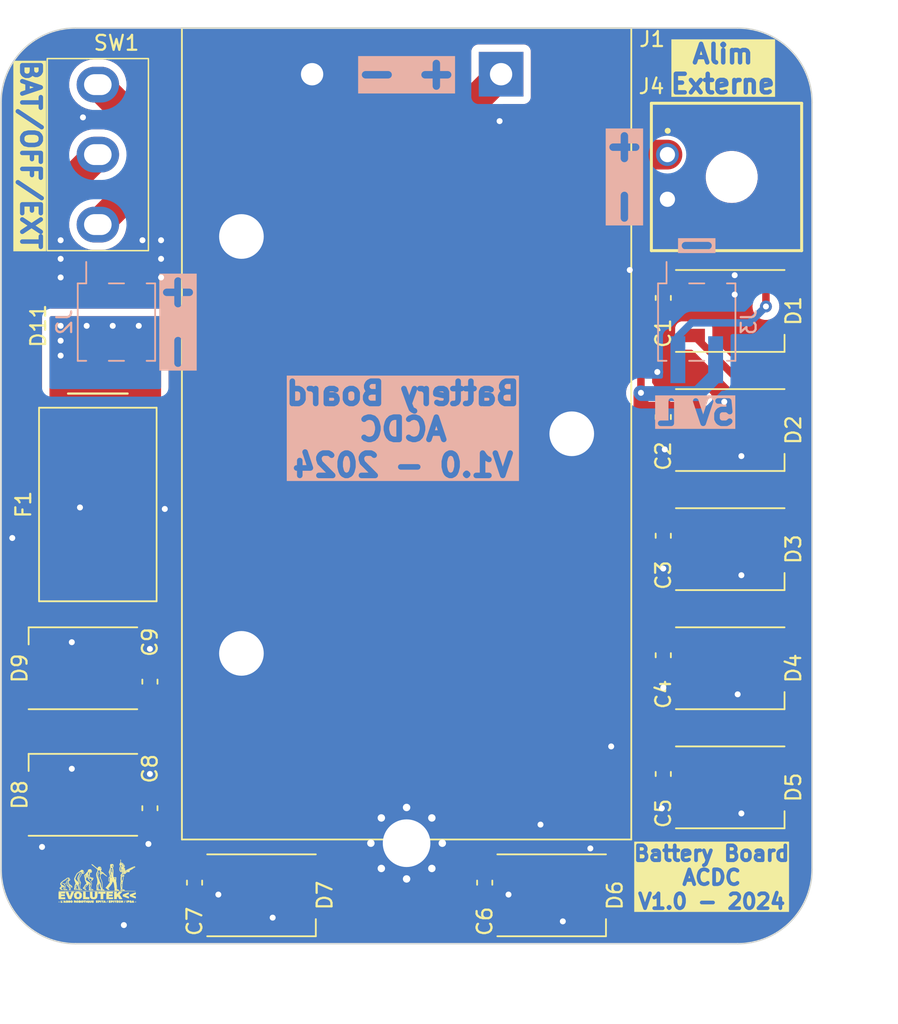
<source format=kicad_pcb>
(kicad_pcb (version 20221018) (generator pcbnew)
  (layers (0 "F.Cu" signal) (31 "B.Cu" signal) (34 "B.Paste" user) (35 "F.Paste" user) (36 "B.SilkS" user "B.Silkscreen") (37 "F.SilkS" user "F.Silkscreen") (38 "B.Mask" user) (39 "F.Mask" user) (44 "Edge.Cuts" user))
  (net 0 "")
  (net 1 "+5V")
  (net 2 "GND")
  (net 3 "/LEDS")
  (net 4 "VCC")
  (net 5 "Net-(D1-DOUT)")
  (net 6 "Net-(D2-DOUT)")
  (net 7 "Net-(D3-DOUT)")
  (net 8 "Net-(D4-DOUT)")
  (net 9 "/LEDS_LTR")
  (net 10 "Net-(D6-DOUT)")
  (net 11 "Net-(D7-DOUT)")
  (net 12 "Net-(D8-DOUT)")
  (net 13 "Net-(F1-Pad1)")
  (net 14 "Net-(J1-Pin_1)")
  (net 15 "Net-(J4-Pin_1)")
  (footprint "ComponentsEvo:Power Switch RS SPDT" (layer "F.Cu") (at 21.5 23.5)
    (fp_text reference "SW1" (at 1.25 -7.5 unlocked) (layer "F.SilkS"))
    (fp_text value "SW_SPDT_MSM")
    (pad "1" thru_hole oval (at 0 4.7) (size 2.85 2.4) (drill oval 1.85 1.4) (layers "*.Cu" "*.Mask") (net 15 "Net-(J4-Pin_1)"))
    (pad "2" thru_hole oval (at 0 0) (size 2.85 2.4) (drill oval 1.85 1.4) (layers "*.Cu" "*.Mask") (net 13 "Net-(F1-Pad1)"))
    (pad "3" thru_hole oval (at 0 -4.7) (size 2.85 2.4) (drill oval 1.85 1.4) (layers "*.Cu" "*.Mask") (net 14 "Net-(J1-Pin_1)"))
  )
  (footprint "Capacitor_SMD:C_0603_1608Metric" (layer "F.Cu") (at 25 58.9 90)
    (fp_text reference "C9" (at 2.65 0 90) (layer "F.SilkS"))
    (fp_text value "100nF")
    (pad "1" smd roundrect (at -0.775 0 90) (size 0.9 0.95) (layers "F.Cu" "F.Paste" "F.Mask") (net 1 "+5V"))
    (pad "2" smd roundrect (at 0.775 0 90) (size 0.9 0.95) (layers "F.Cu" "F.Paste" "F.Mask") (net 2 "GND"))
  )
  (footprint "ComponentsEvo:logo-evo-micro" (layer "F.Cu") (at 21.5 72.25)
    (fp_text reference "G***" hide)
    (fp_text value "LOGO" hide)
  )
  (footprint "LED_SMD:LED_WS2812B_PLCC4_5.0x5.0mm_P3.2mm" (layer "F.Cu") (at 64 42)
    (fp_text reference "D2" (at 4.25 0 90) (layer "F.SilkS"))
    (fp_text value "WS2812B")
    (pad "1" smd rect (at -2.45 -1.65) (size 1.5 0.9) (layers "F.Cu" "F.Paste" "F.Mask") (net 1 "+5V"))
    (pad "2" smd rect (at -2.45 1.65) (size 1.5 0.9) (layers "F.Cu" "F.Paste" "F.Mask") (net 6 "Net-(D2-DOUT)"))
    (pad "3" smd rect (at 2.45 1.65) (size 1.5 0.9) (layers "F.Cu" "F.Paste" "F.Mask") (net 2 "GND"))
    (pad "4" smd rect (at 2.45 -1.65) (size 1.5 0.9) (layers "F.Cu" "F.Paste" "F.Mask") (net 5 "Net-(D1-DOUT)"))
  )
  (footprint "MountingHole:MountingHole_3.2mm_M3_Pad_Via" (layer "F.Cu") (at 42.25 69.75)
    (fp_text reference "H1" hide)
    (fp_text value "MountingHole_Pad")
    (pad "1" thru_hole circle (at -2.4 0) (size 0.8 0.8) (drill 0.5) (layers "*.Cu" "*.Mask") (net 2 "GND"))
    (pad "1" thru_hole circle (at -1.697056 -1.697056) (size 0.8 0.8) (drill 0.5) (layers "*.Cu" "*.Mask") (net 2 "GND"))
    (pad "1" thru_hole circle (at -1.697056 1.697056) (size 0.8 0.8) (drill 0.5) (layers "*.Cu" "*.Mask") (net 2 "GND"))
    (pad "1" thru_hole circle (at 0 -2.4) (size 0.8 0.8) (drill 0.5) (layers "*.Cu" "*.Mask") (net 2 "GND"))
    (pad "1" thru_hole circle (at 0 0) (size 6.4 6.4) (drill 3.2) (layers "*.Cu" "*.Mask") (net 2 "GND"))
    (pad "1" thru_hole circle (at 0 2.4) (size 0.8 0.8) (drill 0.5) (layers "*.Cu" "*.Mask") (net 2 "GND"))
    (pad "1" thru_hole circle (at 1.697056 -1.697056) (size 0.8 0.8) (drill 0.5) (layers "*.Cu" "*.Mask") (net 2 "GND"))
    (pad "1" thru_hole circle (at 1.697056 1.697056) (size 0.8 0.8) (drill 0.5) (layers "*.Cu" "*.Mask") (net 2 "GND"))
    (pad "1" thru_hole circle (at 2.4 0) (size 0.8 0.8) (drill 0.5) (layers "*.Cu" "*.Mask") (net 2 "GND"))
  )
  (footprint "Capacitor_SMD:C_0603_1608Metric" (layer "F.Cu") (at 59.5 57.125 -90)
    (fp_text reference "C4" (at 2.625 0 90) (layer "F.SilkS"))
    (fp_text value "100nF")
    (pad "1" smd roundrect (at -0.775 0 270) (size 0.9 0.95) (layers "F.Cu" "F.Paste" "F.Mask") (net 1 "+5V"))
    (pad "2" smd roundrect (at 0.775 0 270) (size 0.9 0.95) (layers "F.Cu" "F.Paste" "F.Mask") (net 2 "GND"))
  )
  (footprint "Capacitor_SMD:C_0603_1608Metric" (layer "F.Cu") (at 59.5 65.1 -90)
    (fp_text reference "C5" (at 2.65 0 90) (layer "F.SilkS"))
    (fp_text value "100nF")
    (pad "1" smd roundrect (at -0.775 0 270) (size 0.9 0.95) (layers "F.Cu" "F.Paste" "F.Mask") (net 1 "+5V"))
    (pad "2" smd roundrect (at 0.775 0 270) (size 0.9 0.95) (layers "F.Cu" "F.Paste" "F.Mask") (net 2 "GND"))
  )
  (footprint "Capacitor_SMD:C_0603_1608Metric" (layer "F.Cu") (at 25 67.4 90)
    (fp_text reference "C8" (at 2.65 0 90) (layer "F.SilkS"))
    (fp_text value "100nF")
    (pad "1" smd roundrect (at -0.775 0 90) (size 0.9 0.95) (layers "F.Cu" "F.Paste" "F.Mask") (net 1 "+5V"))
    (pad "2" smd roundrect (at 0.775 0 90) (size 0.9 0.95) (layers "F.Cu" "F.Paste" "F.Mask") (net 2 "GND"))
  )
  (footprint "ComponentsEvo:DO-214AB" (layer "F.Cu") (at 21.5 35.05 90)
    (fp_text reference "D11" (at 0.05 -4 90) (layer "F.SilkS"))
    (fp_text value "D" hide)
    (pad "1" smd rect (at -3.3 0 90) (size 1.8 3.2) (layers "F.Cu" "F.Paste" "F.Mask") (net 4 "VCC"))
    (pad "2" smd rect (at 3.3 0 90) (size 1.8 3.2) (layers "F.Cu" "F.Paste" "F.Mask") (net 2 "GND"))
  )
  (footprint "LED_SMD:LED_WS2812B_PLCC4_5.0x5.0mm_P3.2mm" (layer "F.Cu") (at 64 50)
    (fp_text reference "D3" (at 4.25 0 90) (layer "F.SilkS"))
    (fp_text value "WS2812B")
    (pad "1" smd rect (at -2.45 -1.65) (size 1.5 0.9) (layers "F.Cu" "F.Paste" "F.Mask") (net 1 "+5V"))
    (pad "2" smd rect (at -2.45 1.65) (size 1.5 0.9) (layers "F.Cu" "F.Paste" "F.Mask") (net 7 "Net-(D3-DOUT)"))
    (pad "3" smd rect (at 2.45 1.65) (size 1.5 0.9) (layers "F.Cu" "F.Paste" "F.Mask") (net 2 "GND"))
    (pad "4" smd rect (at 2.45 -1.65) (size 1.5 0.9) (layers "F.Cu" "F.Paste" "F.Mask") (net 6 "Net-(D2-DOUT)"))
  )
  (footprint "LED_SMD:LED_WS2812B_PLCC4_5.0x5.0mm_P3.2mm" (layer "F.Cu") (at 32.5 73.25)
    (fp_text reference "D7" (at 4.25 0 90) (layer "F.SilkS"))
    (fp_text value "WS2812B")
    (pad "1" smd rect (at -2.45 -1.65) (size 1.5 0.9) (layers "F.Cu" "F.Paste" "F.Mask") (net 1 "+5V"))
    (pad "2" smd rect (at -2.45 1.65) (size 1.5 0.9) (layers "F.Cu" "F.Paste" "F.Mask") (net 11 "Net-(D7-DOUT)"))
    (pad "3" smd rect (at 2.45 1.65) (size 1.5 0.9) (layers "F.Cu" "F.Paste" "F.Mask") (net 2 "GND"))
    (pad "4" smd rect (at 2.45 -1.65) (size 1.5 0.9) (layers "F.Cu" "F.Paste" "F.Mask") (net 10 "Net-(D6-DOUT)"))
  )
  (footprint "ComponentsEvo:BatteryHolder_Eagle_12BH611-GR-Modified" (layer "F.Cu") (at 42.25 18.1 90)
    (fp_text reference "J1" (at 2.35 16.5 180) (layer "F.SilkS"))
    (fp_text value "9V Battery")
    (pad "1" thru_hole rect (at 0 6.35 90) (size 3 3) (drill 1.5) (layers "*.Cu" "*.Mask") (net 14 "Net-(J1-Pin_1)"))
    (pad "2" thru_hole circle (at 0 -6.35 90) (size 3 3) (drill 1.5) (layers "*.Cu" "*.Mask") (net 2 "GND"))
    (pad "MP" thru_hole circle (at -38.9 -11.1 90) (size 5.3 5.3) (drill 3) (layers "*.Cu" "*.Mask") (net 2 "GND"))
    (pad "MP" thru_hole circle (at -24.15 11.1 90) (size 5.3 5.3) (drill 3) (layers "*.Cu" "*.Mask") (net 2 "GND"))
    (pad "MP" thru_hole circle (at -10.9 -11.1 90) (size 5.3 5.3) (drill 3) (layers "*.Cu" "*.Mask") (net 2 "GND"))
  )
  (footprint "LED_SMD:LED_WS2812B_PLCC4_5.0x5.0mm_P3.2mm" (layer "F.Cu") (at 52 73.25)
    (fp_text reference "D6" (at 4.25 0 90) (layer "F.SilkS"))
    (fp_text value "WS2812B")
    (pad "1" smd rect (at -2.45 -1.65) (size 1.5 0.9) (layers "F.Cu" "F.Paste" "F.Mask") (net 1 "+5V"))
    (pad "2" smd rect (at -2.45 1.65) (size 1.5 0.9) (layers "F.Cu" "F.Paste" "F.Mask") (net 10 "Net-(D6-DOUT)"))
    (pad "3" smd rect (at 2.45 1.65) (size 1.5 0.9) (layers "F.Cu" "F.Paste" "F.Mask") (net 2 "GND"))
    (pad "4" smd rect (at 2.45 -1.65) (size 1.5 0.9) (layers "F.Cu" "F.Paste" "F.Mask") (net 9 "/LEDS_LTR"))
  )
  (footprint "LED_SMD:LED_WS2812B_PLCC4_5.0x5.0mm_P3.2mm" (layer "F.Cu") (at 64 34)
    (fp_text reference "D1" (at 4.25 0 90) (layer "F.SilkS"))
    (fp_text value "WS2812B")
    (pad "1" smd rect (at -2.45 -1.65) (size 1.5 0.9) (layers "F.Cu" "F.Paste" "F.Mask") (net 1 "+5V"))
    (pad "2" smd rect (at -2.45 1.65) (size 1.5 0.9) (layers "F.Cu" "F.Paste" "F.Mask") (net 5 "Net-(D1-DOUT)"))
    (pad "3" smd rect (at 2.45 1.65) (size 1.5 0.9) (layers "F.Cu" "F.Paste" "F.Mask") (net 2 "GND"))
    (pad "4" smd rect (at 2.45 -1.65) (size 1.5 0.9) (layers "F.Cu" "F.Paste" "F.Mask") (net 3 "/LEDS"))
  )
  (footprint "Capacitor_SMD:C_0603_1608Metric" (layer "F.Cu") (at 59.5 33.125 -90)
    (fp_text reference "C1" (at 2.375 0 90) (layer "F.SilkS"))
    (fp_text value "100nF")
    (pad "1" smd roundrect (at -0.775 0 270) (size 0.9 0.95) (layers "F.Cu" "F.Paste" "F.Mask") (net 1 "+5V"))
    (pad "2" smd roundrect (at 0.775 0 270) (size 0.9 0.95) (layers "F.Cu" "F.Paste" "F.Mask") (net 2 "GND"))
  )
  (footprint "Capacitor_SMD:C_0603_1608Metric" (layer "F.Cu") (at 59.5 41.125 -90)
    (fp_text reference "C2" (at 2.625 0 90) (layer "F.SilkS"))
    (fp_text value "100nF")
    (pad "1" smd roundrect (at -0.775 0 270) (size 0.9 0.95) (layers "F.Cu" "F.Paste" "F.Mask") (net 1 "+5V"))
    (pad "2" smd roundrect (at 0.775 0 270) (size 0.9 0.95) (layers "F.Cu" "F.Paste" "F.Mask") (net 2 "GND"))
  )
  (footprint "ComponentsEvo:0031.7701.11" (layer "F.Cu") (at 21.5 47 90)
    (fp_text reference "F1" (at 0 -5 90) (layer "F.SilkS"))
    (fp_text value "Fuse")
    (pad "1" smd rect (at -4 0 90) (size 5 6) (layers "F.Cu" "F.Paste" "F.Mask") (net 13 "Net-(F1-Pad1)"))
    (pad "2" smd rect (at 4 0 90) (size 5 6) (layers "F.Cu" "F.Paste" "F.Mask") (net 4 "VCC"))
  )
  (footprint "Capacitor_SMD:C_0603_1608Metric" (layer "F.Cu") (at 47.5 72.4 -90)
    (fp_text reference "C6" (at 2.6 0 90) (layer "F.SilkS"))
    (fp_text value "100nF")
    (pad "1" smd roundrect (at -0.775 0 270) (size 0.9 0.95) (layers "F.Cu" "F.Paste" "F.Mask") (net 1 "+5V"))
    (pad "2" smd roundrect (at 0.775 0 270) (size 0.9 0.95) (layers "F.Cu" "F.Paste" "F.Mask") (net 2 "GND"))
  )
  (footprint "LED_SMD:LED_WS2812B_PLCC4_5.0x5.0mm_P3.2mm" (layer "F.Cu") (at 64 58)
    (fp_text reference "D4" (at 4.25 0 90) (layer "F.SilkS"))
    (fp_text value "WS2812B")
    (pad "1" smd rect (at -2.45 -1.65) (size 1.5 0.9) (layers "F.Cu" "F.Paste" "F.Mask") (net 1 "+5V"))
    (pad "2" smd rect (at -2.45 1.65) (size 1.5 0.9) (layers "F.Cu" "F.Paste" "F.Mask") (net 8 "Net-(D4-DOUT)"))
    (pad "3" smd rect (at 2.45 1.65) (size 1.5 0.9) (layers "F.Cu" "F.Paste" "F.Mask") (net 2 "GND"))
    (pad "4" smd rect (at 2.45 -1.65) (size 1.5 0.9) (layers "F.Cu" "F.Paste" "F.Mask") (net 7 "Net-(D3-DOUT)"))
  )
  (footprint "LED_SMD:LED_WS2812B_PLCC4_5.0x5.0mm_P3.2mm" (layer "F.Cu") (at 20.5 66.5 180)
    (fp_text reference "D8" (at 4.25 0 90) (layer "F.SilkS"))
    (fp_text value "WS2812B")
    (pad "1" smd rect (at -2.45 -1.65 180) (size 1.5 0.9) (layers "F.Cu" "F.Paste" "F.Mask") (net 1 "+5V"))
    (pad "2" smd rect (at -2.45 1.65 180) (size 1.5 0.9) (layers "F.Cu" "F.Paste" "F.Mask") (net 12 "Net-(D8-DOUT)"))
    (pad "3" smd rect (at 2.45 1.65 180) (size 1.5 0.9) (layers "F.Cu" "F.Paste" "F.Mask") (net 2 "GND"))
    (pad "4" smd rect (at 2.45 -1.65 180) (size 1.5 0.9) (layers "F.Cu" "F.Paste" "F.Mask") (net 11 "Net-(D7-DOUT)"))
  )
  (footprint "Capacitor_SMD:C_0603_1608Metric" (layer "F.Cu") (at 28 72.4 -90)
    (fp_text reference "C7" (at 2.6 0 90) (layer "F.SilkS"))
    (fp_text value "100nF")
    (pad "1" smd roundrect (at -0.775 0 270) (size 0.9 0.95) (layers "F.Cu" "F.Paste" "F.Mask") (net 1 "+5V"))
    (pad "2" smd roundrect (at 0.775 0 270) (size 0.9 0.95) (layers "F.Cu" "F.Paste" "F.Mask") (net 2 "GND"))
  )
  (footprint "LED_SMD:LED_WS2812B_PLCC4_5.0x5.0mm_P3.2mm" (layer "F.Cu") (at 20.5 58 180)
    (fp_text reference "D9" (at 4.25 0 90) (layer "F.SilkS"))
    (fp_text value "WS2812B")
    (pad "1" smd rect (at -2.45 -1.65 180) (size 1.5 0.9) (layers "F.Cu" "F.Paste" "F.Mask") (net 1 "+5V"))
    (pad "2" smd rect (at -2.45 1.65 180) (size 1.5 0.9) (layers "F.Cu" "F.Paste" "F.Mask"))
    (pad "3" smd rect (at 2.45 1.65 180) (size 1.5 0.9) (layers "F.Cu" "F.Paste" "F.Mask") (net 2 "GND"))
    (pad "4" smd rect (at 2.45 -1.65 180) (size 1.5 0.9) (layers "F.Cu" "F.Paste" "F.Mask") (net 12 "Net-(D8-DOUT)"))
  )
  (footprint "LED_SMD:LED_WS2812B_PLCC4_5.0x5.0mm_P3.2mm" (layer "F.Cu") (at 64 66)
    (fp_text reference "D5" (at 4.25 0 90) (layer "F.SilkS"))
    (fp_text value "WS2812B")
    (pad "1" smd rect (at -2.45 -1.65) (size 1.5 0.9) (layers "F.Cu" "F.Paste" "F.Mask") (net 1 "+5V"))
    (pad "2" smd rect (at -2.45 1.65) (size 1.5 0.9) (layers "F.Cu" "F.Paste" "F.Mask") (net 9 "/LEDS_LTR"))
    (pad "3" smd rect (at 2.45 1.65) (size 1.5 0.9) (layers "F.Cu" "F.Paste" "F.Mask") (net 2 "GND"))
    (pad "4" smd rect (at 2.45 -1.65) (size 1.5 0.9) (layers "F.Cu" "F.Paste" "F.Mask") (net 8 "Net-(D4-DOUT)"))
  )
  (footprint "Capacitor_SMD:C_0603_1608Metric" (layer "F.Cu") (at 59.5 49.1 -90)
    (fp_text reference "C3" (at 2.65 0 90) (layer "F.SilkS"))
    (fp_text value "100nF")
    (pad "1" smd roundrect (at -0.775 0 270) (size 0.9 0.95) (layers "F.Cu" "F.Paste" "F.Mask") (net 1 "+5V"))
    (pad "2" smd roundrect (at 0.775 0 270) (size 0.9 0.95) (layers "F.Cu" "F.Paste" "F.Mask") (net 2 "GND"))
  )
  (footprint "ConnectorsEvo:66200211022" (layer "F.Cu") (at 63.75 25 90)
    (fp_text reference "J4" (at 5.5 -6 180) (layer "F.SilkS") (effects (justify left bottom)))
    (fp_text value "Aux Alim")
    (pad "" np_thru_hole circle (at 0 0.35 90) (size 3 3) (drill 3) (layers "*.Cu" "*.Mask"))
    (pad "1" thru_hole circle (at 1.5 -3.97 90) (size 1.53 1.53) (drill 1.02) (layers "*.Cu" "*.Mask") (net 15 "Net-(J4-Pin_1)"))
    (pad "2" thru_hole circle (at -1.5 -3.97 90) (size 1.53 1.53) (drill 1.02) (layers "*.Cu" "*.Mask") (net 2 "GND"))
  )
  (footprint "Connector_PinHeader_2.54mm:PinHeader_2x02_P2.54mm_Vertical_SMD" (layer "B.Cu") (at 61.75 34.75 -90)
    (fp_text reference "J3" (at 0 -3.5 -90) (layer "B.SilkS") (effects (justify mirror)))
    (fp_text value "Conn_02x02_Odd_Even")
    (pad "1" smd rect (at -2.525 1.27 270) (size 3.15 1) (layers "B.Cu" "B.Paste" "B.Mask") (net 2 "GND"))
    (pad "2" smd rect (at 2.525 1.27 270) (size 3.15 1) (layers "B.Cu" "B.Paste" "B.Mask") (net 3 "/LEDS"))
    (pad "3" smd rect (at -2.525 -1.27 270) (size 3.15 1) (layers "B.Cu" "B.Paste" "B.Mask") (net 2 "GND"))
    (pad "4" smd rect (at 2.525 -1.27 270) (size 3.15 1) (layers "B.Cu" "B.Paste" "B.Mask") (net 1 "+5V"))
  )
  (footprint "ComponentsEvo:logo-evo-min-cu" (layer "B.Cu") (at 42.25 51 180)
    (fp_text reference "G***" hide)
    (fp_text value "LOGO" hide)
  )
  (footprint "Connector_PinHeader_2.54mm:PinHeader_2x02_P2.54mm_Vertical_SMD" (layer "B.Cu") (at 22.75 34.75 -90)
    (fp_text reference "J2" (at 0 3.5 -90) (layer "B.SilkS") (effects (justify mirror)))
    (fp_text value "Conn_02x02_Odd_Even")
    (pad "1" smd rect (at -2.525 1.27 270) (size 3.15 1) (layers "B.Cu" "B.Paste" "B.Mask") (net 2 "GND"))
    (pad "2" smd rect (at 2.525 1.27 270) (size 3.15 1) (layers "B.Cu" "B.Paste" "B.Mask") (net 4 "VCC"))
    (pad "3" smd rect (at -2.525 -1.27 270) (size 3.15 1) (layers "B.Cu" "B.Paste" "B.Mask") (net 2 "GND"))
    (pad "4" smd rect (at 2.525 -1.27 270) (size 3.15 1) (layers "B.Cu" "B.Paste" "B.Mask") (net 4 "VCC"))
  )
  (gr_arc (start 69.5 71.5) (mid 68.035534 75.035533) (end 64.5 76.5) (stroke (width 0.1)) (layer "Edge.Cuts"))
  (gr_line (start 15 20) (end 15 71.5) (stroke (width 0.1)) (layer "Edge.Cuts"))
  (gr_line (start 64.5 15) (end 20 15) (stroke (width 0.1)) (layer "Edge.Cuts"))
  (gr_line (start 69.5 71.5) (end 69.5 20) (stroke (width 0.1)) (layer "Edge.Cuts"))
  (gr_arc (start 15 20) (mid 16.464466 16.464466) (end 20 15) (stroke (width 0.1)) (layer "Edge.Cuts"))
  (gr_line (start 20 76.5) (end 64.5 76.5) (stroke (width 0.1)) (layer "Edge.Cuts"))
  (gr_arc (start 64.5 15) (mid 68.035534 16.464466) (end 69.5 20) (stroke (width 0.1)) (layer "Edge.Cuts"))
  (gr_arc (start 20 76.5) (mid 16.464467 75.035534) (end 15 71.5) (stroke (width 0.1)) (layer "Edge.Cuts"))
  (gr_text "+ -" (at 26.75 34.75 90) (layer "B.SilkS" knockout) (effects (font (size 2 2) (thickness 0.5) bold) (justify mirror)))
  (gr_text "+ -" (at 56.75 25 90) (layer "B.SilkS" knockout) (effects (font (size 2 2) (thickness 0.5) bold) (justify mirror)))
  (gr_text "Battery Board\nACDC\nV1.0 - 2024" (at 42 45.25) (layer "B.SilkS" knockout) (effects (font (size 1.5 1.5) (thickness 0.375) bold) (justify bottom mirror)))
  (gr_text "5V L" (at 64.5 41.75) (layer "B.SilkS" knockout) (effects (font (size 1.5 1.5) (thickness 0.375) bold) (justify left bottom mirror)))
  (gr_text "-" (at 61.75 29.75 180) (layer "B.SilkS" knockout) (effects (font (size 2 2) (thickness 0.5) bold) (justify mirror)))
  (gr_text "+ -" (at 42.25 18) (layer "B.SilkS" knockout) (effects (font (size 2 2) (thickness 0.5) bold) (justify mirror)))
  (gr_text "BAT/OFF/EXT" (at 16.25 17 270) (layer "F.SilkS" knockout) (effects (font (size 1.25 1.25) (thickness 0.3) bold) (justify left bottom)))
  (gr_text "Alim\nExterne" (at 63.5 17.75) (layer "F.SilkS" knockout) (effects (font (size 1.25 1.25) (thickness 0.3) bold)))
  (gr_text "Battery Board\nACDC\nV1.0 - 2024" (at 62.75 74.25) (layer "F.SilkS" knockout) (effects (font (size 1 1) (thickness 0.25) bold) (justify bottom)))
  (segment (start 25 59.675) (end 25.475 59.675) (width 0.5) (layer "F.Cu") (net 1))
  (segment (start 46.7 70.2) (end 52.1 70.2) (width 1) (layer "F.Cu") (net 1))
  (segment (start 58 32.9) (end 58 39.5) (width 0.5) (layer "F.Cu") (net 1))
  (segment (start 30.05 71.6) (end 28.025 71.6) (width 0.5) (layer "F.Cu") (net 1))
  (segment (start 61.55 64.35) (end 59.525 64.35) (width 0.5) (layer "F.Cu") (net 1))
  (segment (start 58 56.6) (end 58 48.3) (width 1) (layer "F.Cu") (net 1))
  (segment (start 47.5 71.625) (end 46.4 71.625) (width 0.5) (layer "F.Cu") (net 1))
  (segment (start 59.475 48.3) (end 58 48.3) (width 0.5) (layer "F.Cu") (net 1))
  (segment (start 46.325 73.175) (end 46.325 71.7) (width 1) (layer "F.Cu") (net 1))
  (segment (start 25 68.175) (end 26.575 68.175) (width 0.5) (layer "F.Cu") (net 1))
  (segment (start 58.05 40.35) (end 58 40.3) (width 0.5) (layer "F.Cu") (net 1))
  (segment (start 24.975 59.65) (end 25 59.675) (width 0.5) (layer "F.Cu") (net 1))
  (segment (start 46.4 71.625) (end 46.325 71.7) (width 0.5) (layer "F.Cu") (net 1))
  (segment (start 59.525 48.35) (end 59.5 48.325) (width 0.5) (layer "F.Cu") (net 1))
  (segment (start 28.025 71.6) (end 28 71.625) (width 0.5) (layer "F.Cu") (net 1))
  (segment (start 58 64.3) (end 58 56.6) (width 1) (layer "F.Cu") (net 1))
  (segment (start 46.325 70.575) (end 46.7 70.2) (width 1) (layer "F.Cu") (net 1))
  (segment (start 26.575 68.175) (end 26.6 68.2) (width 0.5) (layer "F.Cu") (net 1))
  (segment (start 61.55 32.35) (end 59.5 32.35) (width 0.5) (layer "F.Cu") (net 1))
  (segment (start 59.5 40.35) (end 58.05 40.35) (width 0.5) (layer "F.Cu") (net 1))
  (segment (start 58.025 64.325) (end 58 64.3) (width 0.5) (layer "F.Cu") (net 1))
  (segment (start 25.475 59.675) (end 26.6 60.8) (width 0.5) (layer "F.Cu") (net 1))
  (segment (start 59.525 64.35) (end 59.5 64.325) (width 0.5) (layer "F.Cu") (net 1))
  (segment (start 58.25 56.35) (end 58 56.6) (width 0.5) (layer "F.Cu") (net 1))
  (segment (start 26.6 60.8) (end 26.6 68.2) (width 0.5) (layer "F.Cu") (net 1))
  (segment (start 22.95 68.15) (end 24.975 68.15) (width 0.5) (layer "F.Cu") (net 1))
  (segment (start 52.1 70.2) (end 58 64.3) (width 1) (layer "F.Cu") (net 1))
  (segment (start 61.55 48.35) (end 59.525 48.35) (width 0.5) (layer "F.Cu") (net 1))
  (segment (start 58 48.3) (end 58 40.3) (width 1) (layer "F.Cu") (net 1))
  (segment (start 26.6 68.8) (end 27.9 70.1) (width 1) (layer "F.Cu") (net 1))
  (segment (start 58.55 32.35) (end 58 32.9) (width 0.5) (layer "F.Cu") (net 1))
  (segment (start 59.5 64.325) (end 58.025 64.325) (width 0.5) (layer "F.Cu") (net 1))
  (segment (start 46.325 71.7) (end 46.325 70.575) (width 1) (layer "F.Cu") (net 1))
  (segment (start 39.9 73.95) (end 45.55 73.95) (width 1) (layer "F.Cu") (net 1))
  (segment (start 47.5 71.625) (end 49.525 71.625) (width 0.5) (layer "F.Cu") (net 1))
  (segment (start 49.525 71.625) (end 49.55 71.6) (width 0.5) (layer "F.Cu") (net 1))
  (segment (start 24.975 68.15) (end 25 68.175) (width 0.5) (layer "F.Cu") (net 1))
  (segment (start 45.55 73.95) (end 46.325 73.175) (width 1) (layer "F.Cu") (net 1))
  (segment (start 58 39.5) (end 58 40.3) (width 1) (layer "F.Cu") (net 1))
  (segment (start 59.5 56.35) (end 58.25 56.35) (width 0.5) (layer "F.Cu") (net 1))
  (segment (start 27.9 71.525) (end 27.9 70.1) (width 0.5) (layer "F.Cu") (net 1))
  (segment (start 61.55 56.35) (end 59.5 56.35) (width 0.5) (layer "F.Cu") (net 1))
  (segment (start 59.5 32.35) (end 58.55 32.35) (width 0.5) (layer "F.Cu") (net 1))
  (segment (start 22.95 59.65) (end 24.975 59.65) (width 0.5) (layer "F.Cu") (net 1))
  (segment (start 59.5 48.325) (end 59.475 48.3) (width 0.5) (layer "F.Cu") (net 1))
  (segment (start 27.9 70.1) (end 36.05 70.1) (width 1) (layer "F.Cu") (net 1))
  (segment (start 61.55 40.35) (end 59.5 40.35) (width 0.5) (layer "F.Cu") (net 1))
  (segment (start 26.6 68.2) (end 26.6 68.8) (width 1) (layer "F.Cu") (net 1))
  (segment (start 36.05 70.1) (end 39.9 73.95) (width 1) (layer "F.Cu") (net 1))
  (segment (start 28 71.625) (end 27.9 71.525) (width 0.5) (layer "F.Cu") (net 1))
  (via (at 58 39.5) (size 0.8) (drill 0.4) (layers "F.Cu" "B.Cu") (net 1))
  (segment (start 58.05 39.55) (end 61.82 39.55) (width 1) (layer "B.Cu") (net 1))
  (segment (start 63.02 38.35) (end 63.02 37.275) (width 1) (layer "B.Cu") (net 1))
  (segment (start 58 39.5) (end 58.05 39.55) (width 1) (layer "B.Cu") (net 1))
  (segment (start 61.82 39.55) (end 63.02 38.35) (width 1) (layer "B.Cu") (net 1))
  (via (at 64.75 67.75) (size 0.8) (drill 0.4) (layers "F.Cu" "B.Cu") (net 2))
  (via (at 23.25 75.25) (size 0.8) (drill 0.4) (layers "F.Cu" "B.Cu") (net 2))
  (via (at 25 65.1) (size 0.8) (drill 0.4) (layers "F.Cu" "B.Cu") (net 2))
  (via (at 24.9 69.8) (size 0.8) (drill 0.4) (layers "F.Cu" "B.Cu") (net 2))
  (via (at 59.5 59.3) (size 0.8) (drill 0.4) (layers "F.Cu" "B.Cu") (net 2))
  (via (at 19.75 64.75) (size 0.8) (drill 0.4) (layers "F.Cu" "B.Cu") (net 2))
  (via (at 25.75 30.5) (size 0.8) (drill 0.4) (layers "F.Cu" "B.Cu") (net 2))
  (via (at 17.75 70) (size 0.8) (drill 0.4) (layers "F.Cu" "B.Cu") (net 2))
  (via (at 33.25 74.75) (size 0.8) (drill 0.4) (layers "F.Cu" "B.Cu") (net 2))
  (via (at 29.6 73.2) (size 0.8) (drill 0.4) (layers "F.Cu" "B.Cu") (net 2))
  (via (at 63.6 40.1) (size 0.8) (drill 0.4) (layers "F.Cu" "B.Cu") (net 2))
  (via (at 59.1 38.1) (size 0.8) (drill 0.4) (layers "F.Cu" "B.Cu") (net 2))
  (via (at 20.3 47.2) (size 0.8) (drill 0.4) (layers "F.Cu" "B.Cu") (net 2))
  (via (at 64.3 32.9) (size 0.8) (drill 0.4) (layers "F.Cu" "B.Cu") (net 2))
  (via (at 25.75 31.75) (size 0.8) (drill 0.4) (layers "F.Cu" "B.Cu") (net 2))
  (via (at 48.5 21.25) (size 0.8) (drill 0.4) (layers "F.Cu" "B.Cu") (net 2))
  (via (at 56 63.25) (size 0.8) (drill 0.4) (layers "F.Cu" "B.Cu") (net 2))
  (via (at 19 30.5) (size 0.8) (drill 0.4) (layers "F.Cu" "B.Cu") (net 2))
  (via (at 24.5 29.25) (size 0.8) (drill 0.4) (layers "F.Cu" "B.Cu") (net 2))
  (via (at 54.6 70.1) (size 0.8) (drill 0.4) (layers "F.Cu" "B.Cu") (net 2))
  (via (at 19 31.75) (size 0.8) (drill 0.4) (layers "F.Cu" "B.Cu") (net 2))
  (via (at 57.25 31.25) (size 0.8) (drill 0.4) (layers "F.Cu" "B.Cu") (net 2))
  (via (at 20.5 21) (size 0.8) (drill 0.4) (layers "F.Cu" "B.Cu") (net 2))
  (via (at 64.3 31.6) (size 0.8) (drill 0.4) (layers "F.Cu" "B.Cu") (net 2))
  (via (at 26 47.3) (size 0.8) (drill 0.4) (layers "F.Cu" "B.Cu") (net 2))
  (via (at 19 29.25) (size 0.8) (drill 0.4) (layers "F.Cu" "B.Cu") (net 2))
  (via (at 59.6 43.3) (size 0.8) (drill 0.4) (layers "F.Cu" "B.Cu") (net 2))
  (via (at 64.5 59.75) (size 0.8) (drill 0.4) (layers "F.Cu" "B.Cu") (net 2))
  (via (at 59.5 51.3) (size 0.8) (drill 0.4) (layers "F.Cu" "B.Cu") (net 2))
  (via (at 59.4 67.4) (size 0.8) (drill 0.4) (layers "F.Cu" "B.Cu") (net 2))
  (via (at 51.25 68.5) (size 0.8) (drill 0.4) (layers "F.Cu" "B.Cu") (net 2))
  (via (at 64.75 43.75) (size 0.8) (drill 0.4) (layers "F.Cu" "B.Cu") (net 2))
  (via (at 25 56.7) (size 0.8) (drill 0.4) (layers "F.Cu" "B.Cu") (net 2))
  (via (at 49.1 73.2) (size 0.8) (drill 0.4) (layers "F.Cu" "B.Cu") (net 2))
  (via (at 15.75 49.25) (size 0.8) (drill 0.4) (layers "F.Cu" "B.Cu") (net 2))
  (via (at 19.75 56.25) (size 0.8) (drill 0.4) (layers "F.Cu" "B.Cu") (net 2))
  (via (at 64.75 51.75) (size 0.8) (drill 0.4) (layers "F.Cu" "B.Cu") (net 2))
  (via (at 25.75 29.25) (size 0.8) (drill 0.4) (layers "F.Cu" "B.Cu") (net 2))
  (via (at 52.75 75) (size 0.8) (drill 0.4) (layers "F.Cu" "B.Cu") (net 2))
  (segment (start 66.4 33.7) (end 66.4 32.4) (width 0.5) (layer "F.Cu") (net 3))
  (segment (start 66.4 32.4) (end 66.45 32.35) (width 0.5) (layer "F.Cu") (net 3))
  (via (at 66.4 33.7) (size 0.8) (drill 0.4) (layers "F.Cu" "B.Cu") (net 3))
  (segment (start 60.48 37.275) (end 60.48 35.72) (width 0.5) (layer "B.Cu") (net 3))
  (segment (start 60.48 35.72) (end 61.4 34.8) (width 0.5) (layer "B.Cu") (net 3))
  (segment (start 65.3 34.8) (end 66.4 33.7) (width 0.5) (layer "B.Cu") (net 3))
  (segment (start 61.4 34.8) (end 65.3 34.8) (width 0.5) (layer "B.Cu") (net 3))
  (via (at 24.25 35) (size 0.8) (drill 0.4) (layers "F.Cu" "B.Cu") (net 4))
  (via (at 22.5 35) (size 0.8) (drill 0.4) (layers "F.Cu" "B.Cu") (net 4))
  (via (at 19 37) (size 0.8) (drill 0.4) (layers "F.Cu" "B.Cu") (net 4))
  (via (at 20.75 35) (size 0.8) (drill 0.4) (layers "F.Cu" "B.Cu") (net 4))
  (via (at 19 36) (size 0.8) (drill 0.4) (layers "F.Cu" "B.Cu") (net 4))
  (via (at 19 35) (size 0.8) (drill 0.4) (layers "F.Cu" "B.Cu") (net 4))
  (segment (start 66.25 40.35) (end 66.45 40.35) (width 0.5) (layer "F.Cu") (net 5))
  (segment (start 61.55 35.65) (end 66.25 40.35) (width 0.5) (layer "F.Cu") (net 5))
  (segment (start 66.25 48.35) (end 66.45 48.35) (width 0.5) (layer "F.Cu") (net 6))
  (segment (start 61.55 43.65) (end 66.25 48.35) (width 0.5) (layer "F.Cu") (net 6))
  (segment (start 61.55 51.65) (end 61.75 51.65) (width 0.5) (layer "F.Cu") (net 7))
  (segment (start 61.75 51.65) (end 66.45 56.35) (width 0.5) (layer "F.Cu") (net 7))
  (segment (start 61.55 59.65) (end 61.75 59.65) (width 0.5) (layer "F.Cu") (net 8))
  (segment (start 61.75 59.65) (end 66.45 64.35) (width 0.5) (layer "F.Cu") (net 8))
  (segment (start 54.45 71.6) (end 57.4 71.6) (width 0.5) (layer "F.Cu") (net 9))
  (segment (start 61.35 67.65) (end 61.55 67.65) (width 0.5) (layer "F.Cu") (net 9))
  (segment (start 57.4 71.6) (end 61.35 67.65) (width 0.5) (layer "F.Cu") (net 9))
  (segment (start 34.95 71.6) (end 35.2 71.6) (width 0.5) (layer "F.Cu") (net 10))
  (segment (start 38.5 74.9) (end 49.55 74.9) (width 0.5) (layer "F.Cu") (net 10))
  (segment (start 35.2 71.6) (end 38.5 74.9) (width 0.5) (layer "F.Cu") (net 10))
  (segment (start 30.05 74.9) (end 24.8 74.9) (width 0.5) (layer "F.Cu") (net 11))
  (segment (start 24.8 74.9) (end 18.05 68.15) (width 0.5) (layer "F.Cu") (net 11))
  (segment (start 22.95 64.55) (end 22.95 64.85) (width 0.5) (layer "F.Cu") (net 12))
  (segment (start 18.05 59.65) (end 22.95 64.55) (width 0.5) (layer "F.Cu") (net 12))
  (segment (start 21.5 23.5) (end 16.75 28.25) (width 2) (layer "F.Cu") (net 13))
  (segment (start 16.75 46.75) (end 21 51) (width 2) (layer "F.Cu") (net 13))
  (segment (start 21 51) (end 21.5 51) (width 2) (layer "F.Cu") (net 13))
  (segment (start 16.75 28.25) (end 16.75 46.75) (width 2) (layer "F.Cu") (net 13))
  (segment (start 23.7 21) (end 45.7 21) (width 2) (layer "F.Cu") (net 14))
  (segment (start 45.7 21) (end 48.6 18.1) (width 2) (layer "F.Cu") (net 14))
  (segment (start 21.5 18.8) (end 23.7 21) (width 2) (layer "F.Cu") (net 14))
  (segment (start 26.2 23.5) (end 21.5 28.2) (width 2) (layer "F.Cu") (net 15))
  (segment (start 59.78 23.5) (end 26.2 23.5) (width 2) (layer "F.Cu") (net 15))
  (zone (net 4) (net_name "VCC") (layer "F.Cu") (name "VCC") (priority 1) (connect_pads yes (clearance 0.5)) (min_thickness 0.25) (fill yes (thermal_gap 0.5) (thermal_bridge_width 0.5))
    (polygon (pts (xy 18.25 46) (xy 18.25 34.35) (xy 25.75 34.35) (xy 25.75 46)))
  )
  (zone (net 2) (net_name "GND") (layers "F&B.Cu") (name "GND") (connect_pads yes (clearance 0.5)) (min_thickness 0.25) (fill yes (thermal_gap 0.5) (thermal_bridge_width 0.5))
    (polygon (pts (xy 15 15) (xy 15 76.5) (xy 69.5 76.5) (xy 69.5 15)))
  )
  (zone (net 4) (net_name "VCC") (layer "B.Cu") (name "VCC") (priority 1) (connect_pads yes (clearance 0.5)) (min_thickness 0.25) (fill yes (thermal_gap 0.5) (thermal_bridge_width 0.5))
    (polygon (pts (xy 25.75 34.35) (xy 25.75 39.25) (xy 18.25 39.25) (xy 18.25 34.35)))
  )
)
</source>
